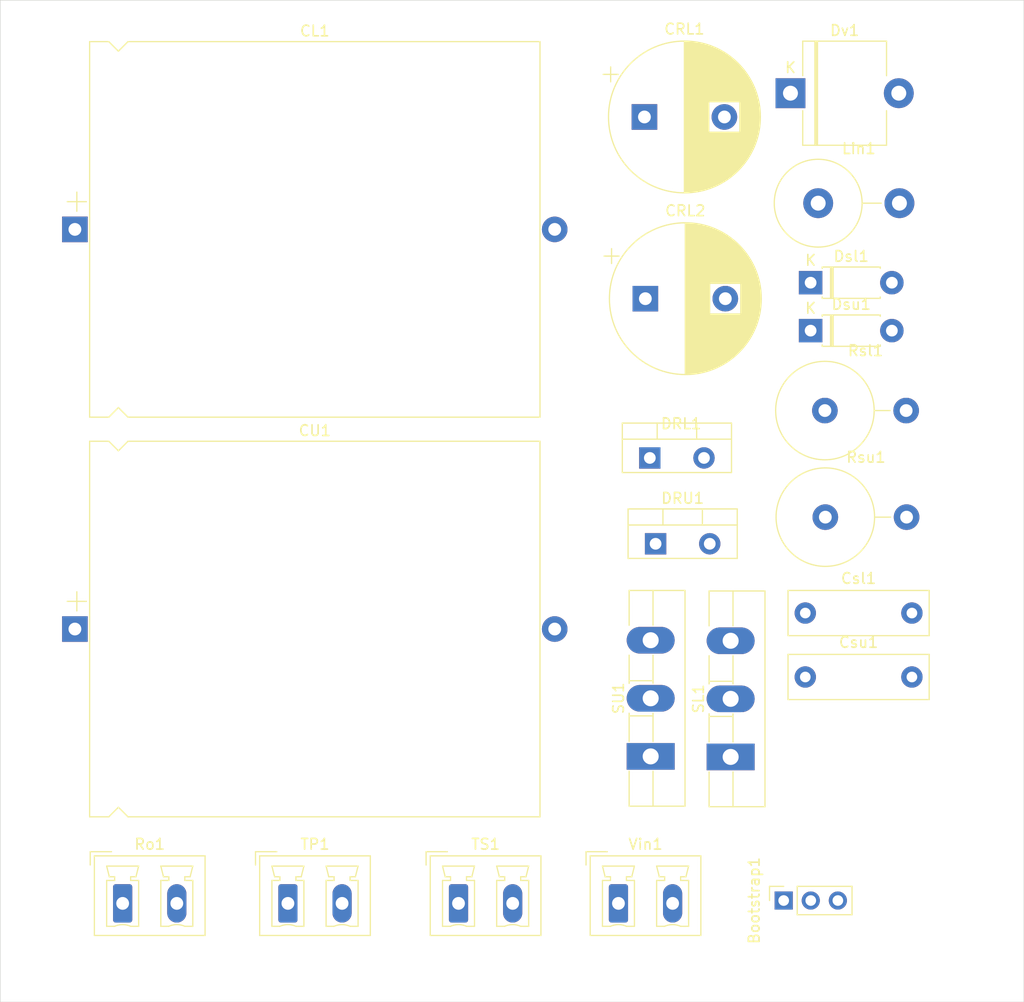
<source format=kicad_pcb>
(kicad_pcb (version 20240108) (generator "pcbnew") (generator_version "8.0")
  (layers (0 "F.Cu" signal) (31 "B.Cu" signal) (34 "B.Paste" user) (35 "F.Paste" user) (36 "B.SilkS" user "B.Silkscreen") (37 "F.SilkS" user "F.Silkscreen") (38 "B.Mask" user) (39 "F.Mask" user) (44 "Edge.Cuts" user))
  (net 0 "")
  (net 1 "Net-(Bootstrap1-Pin_1)")
  (net 2 "Net-(Bootstrap1-Pin_2)")
  (net 3 "Net-(Bootstrap1-Pin_3)")
  (net 4 "Net-(DRL1-A)")
  (net 5 "Net-(DRU1-K)")
  (net 6 "Net-(TS1-Pin_1)")
  (net 7 "Net-(Dsl1-A)")
  (net 8 "Net-(Dsu1-A)")
  (net 9 "Net-(SU1-C)")
  (net 10 "Net-(DRL1-K)")
  (net 11 "Net-(Dv1-K)")
  (footprint "Connector_PinSocket_2.54mm:PinSocket_1x03_P2.54mm_Vertical" (layer "F.Cu") (at 145.475 146.475 90)
    (property "Reference" "Bootstrap1" (at 0 -2.77 270) (layer "F.SilkS"))
    (property "Value" "Conn_01x03_Socket")
    (pad "1" thru_hole rect (at 0 0 90) (size 1.7 1.7) (drill 1) (layers "*.Cu" "*.Mask") (net 1 "Net-(Bootstrap1-Pin_1)"))
    (pad "2" thru_hole oval (at 0 2.54 90) (size 1.7 1.7) (drill 1) (layers "*.Cu" "*.Mask") (net 2 "Net-(Bootstrap1-Pin_2)"))
    (pad "3" thru_hole oval (at 0 5.08 90) (size 1.7 1.7) (drill 1) (layers "*.Cu" "*.Mask") (net 3 "Net-(Bootstrap1-Pin_3)"))
  )
  (footprint "Capacitor_THT:C_Rect_L13.0mm_W4.0mm_P10.00mm_FKS3_FKP3_MKS4" (layer "F.Cu") (at 147.5 119.5)
    (property "Reference" "Csl1" (at 5 -3.25 0) (layer "F.SilkS"))
    (property "Value" "C")
    (pad "1" thru_hole circle (at 0 0) (size 2 2) (drill 1) (layers "*.Cu" "*.Mask") (net 7 "Net-(Dsl1-A)"))
    (pad "2" thru_hole circle (at 10 0) (size 2 2) (drill 1) (layers "*.Cu" "*.Mask") (net 4 "Net-(DRL1-A)"))
  )
  (footprint "Capacitor_THT:CP_Radial_D14.0mm_P7.50mm" (layer "F.Cu") (at 132.5 90)
    (property "Reference" "CRL2" (at 3.75 -8.25 0) (layer "F.SilkS"))
    (property "Value" "C")
    (pad "1" thru_hole rect (at 0 0) (size 2.4 2.4) (drill 1.2) (layers "*.Cu" "*.Mask") (net 6 "Net-(TS1-Pin_1)"))
    (pad "2" thru_hole circle (at 7.5 0) (size 2.4 2.4) (drill 1.2) (layers "*.Cu" "*.Mask") (net 4 "Net-(DRL1-A)"))
  )
  (footprint "Diode_THT:D_DO-41_SOD81_P7.62mm_Horizontal" (layer "F.Cu") (at 148 88.5)
    (property "Reference" "Dsl1" (at 3.81 -2.47 0) (layer "F.SilkS"))
    (property "Value" "D")
    (fp_text user "K" (at 0 -2.1 0) (layer "F.SilkS"))
    (pad "1" thru_hole rect (at 0 0) (size 2.2 2.2) (drill 1.1) (layers "*.Cu" "*.Mask") (net 4 "Net-(DRL1-A)"))
    (pad "2" thru_hole oval (at 7.62 0) (size 2.2 2.2) (drill 1.1) (layers "*.Cu" "*.Mask") (net 7 "Net-(Dsl1-A)"))
  )
  (footprint "Package_TO_SOT_THT:TO-220-2_Vertical" (layer "F.Cu") (at 132.92 104.945)
    (property "Reference" "DRL1" (at 2.9325 -3.2125 0) (layer "F.SilkS"))
    (property "Value" "D")
    (pad "1" thru_hole rect (at 0 0) (size 2 2) (drill 1.1) (layers "*.Cu" "*.Mask") (net 10 "Net-(DRL1-K)"))
    (pad "2" thru_hole oval (at 5.08 0) (size 2 2) (drill 1.1) (layers "*.Cu" "*.Mask") (net 4 "Net-(DRL1-A)"))
  )
  (footprint "Connector_Phoenix_MC_HighVoltage:PhoenixContact_MCV_1,5_2-G-5.08_1x02_P5.08mm_Vertical" (layer "F.Cu") (at 129.9775 146.7425)
    (property "Reference" "Vin1" (at 2.54 -5.55 0) (layer "F.SilkS"))
    (property "Value" "Conn_01x02_Socket")
    (pad "1" thru_hole roundrect (at 0 0) (size 1.8 3.6) (drill 1.2) (layers "*.Cu" "*.Mask") (roundrect_rratio 0.138889) (net 4 "Net-(DRL1-A)"))
    (pad "2" thru_hole oval (at 5.08 0) (size 1.8 3.6) (drill 1.2) (layers "*.Cu" "*.Mask") (net 11 "Net-(Dv1-K)"))
  )
  (footprint "Package_TO_SOT_THT:TO-264-3_Vertical" (layer "F.Cu") (at 133 132.95 90)
    (property "Reference" "SU1" (at 5.45 -3.02 270) (layer "F.SilkS"))
    (property "Value" "Q_NIGBT_GCE")
    (pad "1" thru_hole rect (at 0 0 90) (size 2.5 4.5) (drill 1.5) (layers "*.Cu" "*.Mask") (net 3 "Net-(Bootstrap1-Pin_3)"))
    (pad "2" thru_hole oval (at 5.45 0 90) (size 2.5 4.5) (drill 1.5) (layers "*.Cu" "*.Mask") (net 9 "Net-(SU1-C)"))
    (pad "3" thru_hole oval (at 10.9 0 90) (size 2.5 4.5) (drill 1.5) (layers "*.Cu" "*.Mask") (net 2 "Net-(Bootstrap1-Pin_2)"))
  )
  (footprint "Diode_THT:D_DO-41_SOD81_P7.62mm_Horizontal" (layer "F.Cu") (at 148 93)
    (property "Reference" "Dsu1" (at 3.81 -2.47 0) (layer "F.SilkS"))
    (property "Value" "D")
    (fp_text user "K" (at 0 -2.1 0) (layer "F.SilkS"))
    (pad "1" thru_hole rect (at 0 0) (size 2.2 2.2) (drill 1.1) (layers "*.Cu" "*.Mask") (net 2 "Net-(Bootstrap1-Pin_2)"))
    (pad "2" thru_hole oval (at 7.62 0) (size 2.2 2.2) (drill 1.1) (layers "*.Cu" "*.Mask") (net 8 "Net-(Dsu1-A)"))
  )
  (footprint "Diode_THT:D_5KP_P10.16mm_Horizontal" (layer "F.Cu") (at 146.11 70.72)
    (property "Reference" "Dv1" (at 5.08 -5.885 0) (layer "F.SilkS"))
    (property "Value" "D")
    (fp_text user "K" (at 0 -2.4 0) (layer "F.SilkS"))
    (pad "1" thru_hole rect (at 0 0) (size 2.8 2.8) (drill 1.4) (layers "*.Cu" "*.Mask") (net 11 "Net-(Dv1-K)"))
    (pad "2" thru_hole oval (at 10.16 0) (size 2.8 2.8) (drill 1.4) (layers "*.Cu" "*.Mask") (net 2 "Net-(Bootstrap1-Pin_2)"))
  )
  (footprint "Connector_Phoenix_MC_HighVoltage:PhoenixContact_MCV_1,5_2-G-5.08_1x02_P5.08mm_Vertical" (layer "F.Cu") (at 83.4775 146.7425)
    (property "Reference" "Ro1" (at 2.54 -5.55 0) (layer "F.SilkS"))
    (property "Value" "Conn_01x02_Socket")
    (pad "1" thru_hole roundrect (at 0 0) (size 1.8 3.6) (drill 1.2) (layers "*.Cu" "*.Mask") (roundrect_rratio 0.138889) (net 5 "Net-(DRU1-K)"))
    (pad "2" thru_hole oval (at 5.08 0) (size 1.8 3.6) (drill 1.2) (layers "*.Cu" "*.Mask") (net 4 "Net-(DRL1-A)"))
  )
  (footprint "Resistor_THT:R_Axial_DIN0918_L18.0mm_D9.0mm_P7.62mm_Vertical" (layer "F.Cu") (at 149.34 100.5)
    (property "Reference" "Rsl1" (at 3.81 -5.62 0) (layer "F.SilkS"))
    (property "Value" "R")
    (pad "1" thru_hole circle (at 0 0) (size 2.4 2.4) (drill 1.2) (layers "*.Cu" "*.Mask") (net 2 "Net-(Bootstrap1-Pin_2)"))
    (pad "2" thru_hole oval (at 7.62 0) (size 2.4 2.4) (drill 1.2) (layers "*.Cu" "*.Mask") (net 7 "Net-(Dsl1-A)"))
  )
  (footprint "Inductor_THT:L_Axial_L30.0mm_D8.0mm_P7.62mm_Vertical_Fastron_77A" (layer "F.Cu") (at 148.71 81.04)
    (property "Reference" "Lin1" (at 3.81 -5.12 0) (layer "F.SilkS"))
    (property "Value" "L")
    (pad "1" thru_hole circle (at 0 0) (size 2.8 2.8) (drill 1.4) (layers "*.Cu" "*.Mask") (net 11 "Net-(Dv1-K)"))
    (pad "2" thru_hole oval (at 7.62 0) (size 2.8 2.8) (drill 1.4) (layers "*.Cu" "*.Mask") (net 2 "Net-(Bootstrap1-Pin_2)"))
  )
  (footprint "Capacitor_THT:CP_Axial_L42.0mm_D35.0mm_P45.00mm_Horizontal" (layer "F.Cu") (at 79 121)
    (property "Reference" "CU1" (at 22.5 -18.62 0) (layer "F.SilkS"))
    (property "Value" "C")
    (pad "1" thru_hole rect (at 0 0) (size 2.4 2.4) (drill 1.2) (layers "*.Cu" "*.Mask") (net 9 "Net-(SU1-C)"))
    (pad "2" thru_hole oval (at 45 0) (size 2.4 2.4) (drill 1.2) (layers "*.Cu" "*.Mask") (net 2 "Net-(Bootstrap1-Pin_2)"))
  )
  (footprint "Capacitor_THT:CP_Radial_D14.0mm_P7.50mm" (layer "F.Cu") (at 132.414543 72.95)
    (property "Reference" "CRL1" (at 3.75 -8.25 0) (layer "F.SilkS"))
    (property "Value" "C")
    (pad "1" thru_hole rect (at 0 0) (size 2.4 2.4) (drill 1.2) (layers "*.Cu" "*.Mask") (net 5 "Net-(DRU1-K)"))
    (pad "2" thru_hole circle (at 7.5 0) (size 2.4 2.4) (drill 1.2) (layers "*.Cu" "*.Mask") (net 6 "Net-(TS1-Pin_1)"))
  )
  (footprint "Package_TO_SOT_THT:TO-220-2_Vertical" (layer "F.Cu") (at 133.46 113)
    (property "Reference" "DRU1" (at 2.54 -4.27 0) (layer "F.SilkS"))
    (property "Value" "D")
    (pad "1" thru_hole rect (at 0 0) (size 2 2) (drill 1.1) (layers "*.Cu" "*.Mask") (net 5 "Net-(DRU1-K)"))
    (pad "2" thru_hole oval (at 5.08 0) (size 2 2) (drill 1.1) (layers "*.Cu" "*.Mask") (net 10 "Net-(DRL1-K)"))
  )
  (footprint "Capacitor_THT:C_Rect_L13.0mm_W4.0mm_P10.00mm_FKS3_FKP3_MKS4" (layer "F.Cu") (at 147.5 125.5)
    (property "Reference" "Csu1" (at 5 -3.25 0) (layer "F.SilkS"))
    (property "Value" "C")
    (pad "1" thru_hole circle (at 0 0) (size 2 2) (drill 1) (layers "*.Cu" "*.Mask") (net 8 "Net-(Dsu1-A)"))
    (pad "2" thru_hole circle (at 10 0) (size 2 2) (drill 1) (layers "*.Cu" "*.Mask") (net 2 "Net-(Bootstrap1-Pin_2)"))
  )
  (footprint "Resistor_THT:R_Axial_DIN0918_L18.0mm_D9.0mm_P7.62mm_Vertical" (layer "F.Cu") (at 149.38 110.5)
    (property "Reference" "Rsu1" (at 3.81 -5.62 0) (layer "F.SilkS"))
    (property "Value" "R")
    (pad "1" thru_hole circle (at 0 0) (size 2.4 2.4) (drill 1.2) (layers "*.Cu" "*.Mask") (net 9 "Net-(SU1-C)"))
    (pad "2" thru_hole oval (at 7.62 0) (size 2.4 2.4) (drill 1.2) (layers "*.Cu" "*.Mask") (net 8 "Net-(Dsu1-A)"))
  )
  (footprint "Connector_Phoenix_MC_HighVoltage:PhoenixContact_MCV_1,5_2-G-5.08_1x02_P5.08mm_Vertical" (layer "F.Cu") (at 114.9775 146.7425)
    (property "Reference" "TS1" (at 2.54 -5.55 0) (layer "F.SilkS"))
    (property "Value" "Conn_01x02_Socket")
    (pad "1" thru_hole roundrect (at 0 0) (size 1.8 3.6) (drill 1.2) (layers "*.Cu" "*.Mask") (roundrect_rratio 0.138889) (net 6 "Net-(TS1-Pin_1)"))
    (pad "2" thru_hole oval (at 5.08 0) (size 1.8 3.6) (drill 1.2) (layers "*.Cu" "*.Mask") (net 10 "Net-(DRL1-K)"))
  )
  (footprint "Package_TO_SOT_THT:TO-264-3_Vertical" (layer "F.Cu") (at 140.5 133 90)
    (property "Reference" "SL1" (at 5.45 -3.02 270) (layer "F.SilkS"))
    (property "Value" "Q_NIGBT_GCE")
    (pad "1" thru_hole rect (at 0 0 90) (size 2.5 4.5) (drill 1.5) (layers "*.Cu" "*.Mask") (net 1 "Net-(Bootstrap1-Pin_1)"))
    (pad "2" thru_hole oval (at 5.45 0 90) (size 2.5 4.5) (drill 1.5) (layers "*.Cu" "*.Mask") (net 2 "Net-(Bootstrap1-Pin_2)"))
    (pad "3" thru_hole oval (at 10.9 0 90) (size 2.5 4.5) (drill 1.5) (layers "*.Cu" "*.Mask") (net 4 "Net-(DRL1-A)"))
  )
  (footprint "Capacitor_THT:CP_Axial_L42.0mm_D35.0mm_P45.00mm_Horizontal" (layer "F.Cu") (at 79 83.5)
    (property "Reference" "CL1" (at 22.5 -18.62 0) (layer "F.SilkS"))
    (property "Value" "C")
    (pad "1" thru_hole rect (at 0 0) (size 2.4 2.4) (drill 1.2) (layers "*.Cu" "*.Mask") (net 2 "Net-(Bootstrap1-Pin_2)"))
    (pad "2" thru_hole oval (at 45 0) (size 2.4 2.4) (drill 1.2) (layers "*.Cu" "*.Mask") (net 4 "Net-(DRL1-A)"))
  )
  (footprint "Connector_Phoenix_MC_HighVoltage:PhoenixContact_MCV_1,5_2-G-5.08_1x02_P5.08mm_Vertical" (layer "F.Cu") (at 98.9775 146.7425)
    (property "Reference" "TP1" (at 2.54 -5.55 0) (layer "F.SilkS"))
    (property "Value" "Conn_01x02_Socket")
    (pad "1" thru_hole roundrect (at 0 0) (size 1.8 3.6) (drill 1.2) (layers "*.Cu" "*.Mask") (roundrect_rratio 0.138889) (net 2 "Net-(Bootstrap1-Pin_2)"))
    (pad "2" thru_hole oval (at 5.08 0) (size 1.8 3.6) (drill 1.2) (layers "*.Cu" "*.Mask") (net 2 "Net-(Bootstrap1-Pin_2)"))
  )
  (gr_rect (start 72 62) (end 168 156) (stroke (width 0.05)) (fill none) (layer "Edge.Cuts"))
)
</source>
